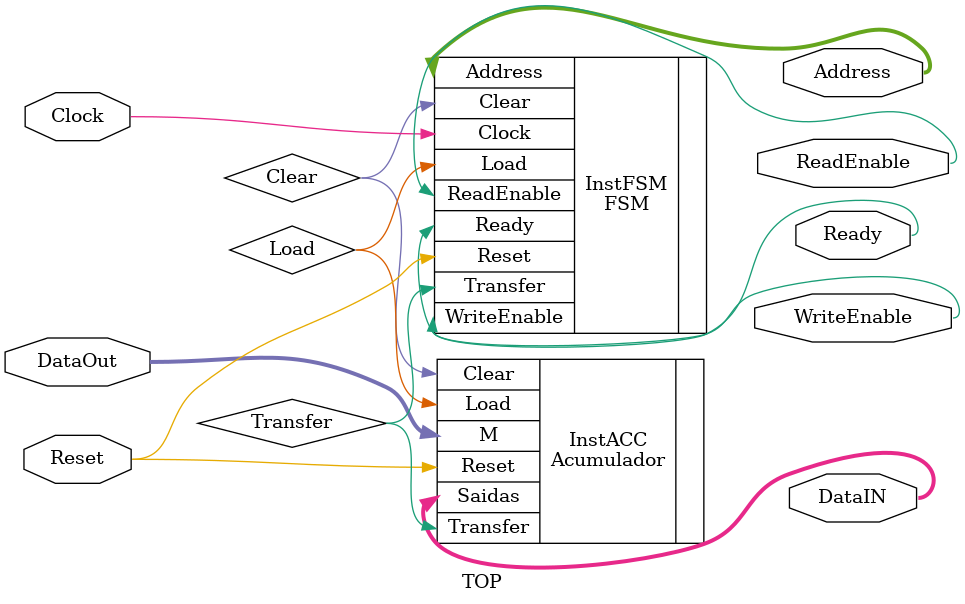
<source format=v>
module TOP (Clock, Reset, Ready, Address, DataIN, ReadEnable, WriteEnable, DataOut);
	input wire Clock;
   input wire Reset;
   output wire Ready;
   output wire [4:0] Address;
   output wire [15:0] DataIN;
   output wire ReadEnable;
   output wire WriteEnable;
   input wire [15:0] DataOut;

   wire Load;    
   wire Clear;     
   wire Transfer;  

   Acumulador InstACC (.Reset(Reset), .Load(Load), .Clear(Clear), .Transfer(Transfer), .M(DataOut), .Saidas(DataIN));

   FSM InstFSM (.Clock(Clock), .Reset(Reset), .Address(Address), .ReadEnable(ReadEnable), .WriteEnable(WriteEnable), 
	.Load(Load), .Clear(Clear), .Transfer(Transfer), .Ready(Ready));

endmodule

</source>
